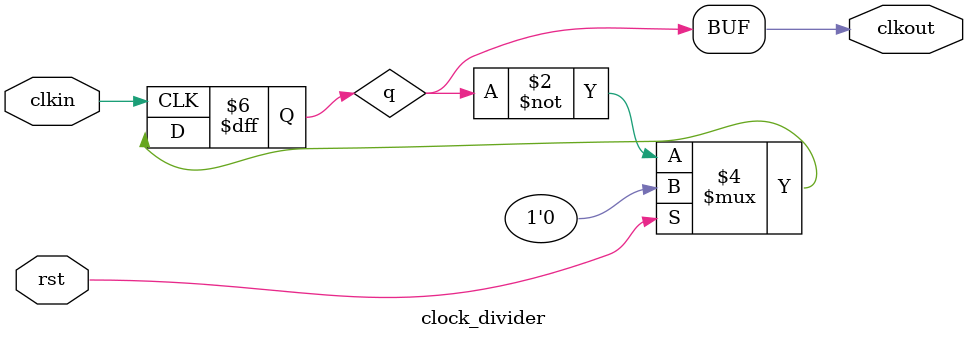
<source format=v>
`timescale 1ns / 1ps


module clock_divider(
    input clkin, rst,
    output  clkout
    );
    
    reg q;
    
    always @(posedge  clkin) begin
        if (rst) begin
            q <= 1'b0;
        end
        else begin
            q <= ~q;
        end
    end
    
    assign clkout = q;
endmodule

</source>
